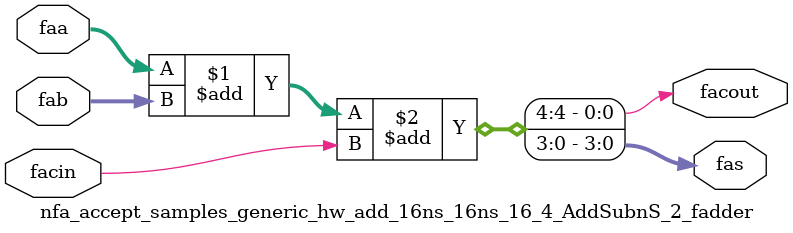
<source format=v>
module nfa_accept_samples_generic_hw_add_16ns_16ns_16_4_AddSubnS_2_fadder 
#(parameter
    N = 4
)(
    input  [N-1 : 0]  faa,
    input  [N-1 : 0]  fab,
    input  wire  facin,
    output [N-1 : 0]  fas,
    output wire  facout
);
assign {facout, fas} = faa + fab + facin;
endmodule
</source>
